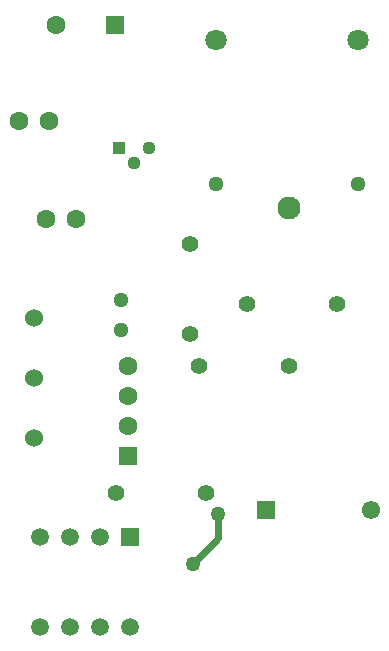
<source format=gtl>
G04*
G04 #@! TF.GenerationSoftware,Altium Limited,Altium Designer,22.2.1 (43)*
G04*
G04 Layer_Physical_Order=1*
G04 Layer_Color=255*
%FSLAX23Y23*%
%MOIN*%
G70*
G04*
G04 #@! TF.SameCoordinates,4A317E20-D035-40B8-9544-2A4E967EB8EC*
G04*
G04*
G04 #@! TF.FilePolarity,Positive*
G04*
G01*
G75*
%ADD12C,0.024*%
%ADD16C,0.061*%
%ADD17R,0.061X0.061*%
%ADD32C,0.055*%
%ADD33C,0.051*%
%ADD34C,0.071*%
%ADD35C,0.077*%
%ADD36C,0.063*%
%ADD37R,0.063X0.063*%
%ADD38R,0.059X0.059*%
%ADD39C,0.059*%
%ADD40R,0.044X0.044*%
%ADD41C,0.044*%
%ADD42C,0.060*%
%ADD43R,0.063X0.063*%
%ADD44C,0.051*%
%ADD45C,0.050*%
D12*
X75Y-275D02*
X160Y-190D01*
Y-110D01*
D16*
X670Y-95D02*
D03*
D17*
X320D02*
D03*
D32*
X65Y490D02*
D03*
Y790D02*
D03*
X-180Y-40D02*
D03*
X120D02*
D03*
X555Y590D02*
D03*
X255D02*
D03*
X395Y385D02*
D03*
X95D02*
D03*
D33*
X626Y990D02*
D03*
X154D02*
D03*
D34*
Y1470D02*
D03*
X626D02*
D03*
D35*
X395Y911D02*
D03*
D36*
X-505Y1200D02*
D03*
X-405D02*
D03*
X-380Y1520D02*
D03*
X-140Y185D02*
D03*
Y285D02*
D03*
Y385D02*
D03*
X-415Y875D02*
D03*
X-315D02*
D03*
D37*
X-183Y1520D02*
D03*
D38*
X-135Y-185D02*
D03*
D39*
X-235D02*
D03*
X-335D02*
D03*
X-435D02*
D03*
X-135Y-485D02*
D03*
X-235D02*
D03*
X-335D02*
D03*
X-435D02*
D03*
D40*
X-170Y1110D02*
D03*
D41*
X-120Y1060D02*
D03*
X-70Y1110D02*
D03*
D42*
X-455Y145D02*
D03*
Y345D02*
D03*
Y545D02*
D03*
D43*
X-140Y85D02*
D03*
D44*
X-165Y505D02*
D03*
Y605D02*
D03*
D45*
X75Y-275D02*
D03*
X160Y-110D02*
D03*
M02*

</source>
